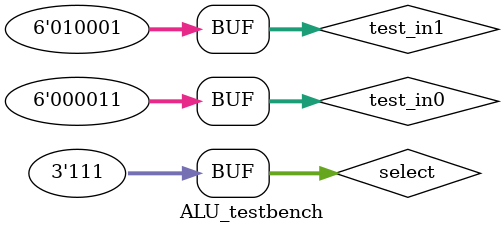
<source format=v>
`timescale 1 ns/1 ps

module ALU_testbench;
   //declare signals 
   reg  [5:0] test_in0, test_in1; //inputs a,b 
   reg [2:0] select; //operation code 
   wire [5:0] test_out; //output 
   wire overflow; 

   // instantiate the circuit under test
   ALU_module uut 
      (.a(test_in0), .b(test_in1), .op(select), .out(test_out), .overflow(overflow));

   
   //Initialise all inputs 
   initial
   begin
    test_in0 = 0; 
    test_in1 = 0; 
    select = 0;  
   end 
   
   //ASSIGN DIFFERENT TEST VECTORS. 1 for each operation! 
   always @(test_in0 or test_in1)
   begin 
   //TEST 1 
   test_in0 = 6'b001011;
   test_in1 = 6'b010001;
   select = 3'b000; 
   #200;
    //TEST 2 
   test_in0 = 6'b010011;
   test_in1 = 6'b011001;
   select = 3'b001; 
   #200;
   //TEST 3
   test_in0 = 6'b000111;
   test_in1 = 6'b001001;
   select = 3'b010; 
   #200;
   //TEST 4
   test_in0 = 6'b001011;
   test_in1 = 6'b010001;
   select = 3'b011; 
   #200;
   //TEST 5 
   test_in0 = 6'b001111;
   test_in1 = 6'b000001;
   select = 3'b100; 
   #200;
   //TEST 6
   test_in0 = 6'b011011;
   test_in1 = 6'b000101;
   select = 3'b101; 
   #200;
   //TEST 7 
   test_in0 = 6'b000111;
   test_in1 = 6'b001001;
   select = 3'b110; 
   #200;
   //TEST 8 
   test_in0 = 6'b000011;
   test_in1 = 6'b010001;
   select = 3'b111; 
   #200;
   end
endmodule 

</source>
